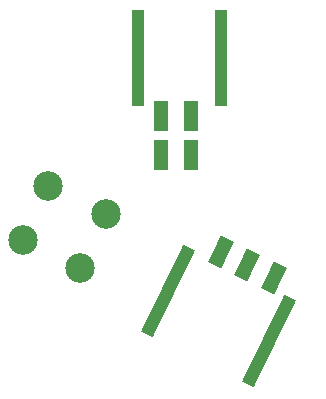
<source format=gbr>
%TF.GenerationSoftware,KiCad,Pcbnew,(7.0.0)*%
%TF.CreationDate,2023-03-21T20:59:30-07:00*%
%TF.ProjectId,Ladder LEDs v1,4c616464-6572-4204-9c45-44732076312e,rev?*%
%TF.SameCoordinates,Original*%
%TF.FileFunction,Soldermask,Top*%
%TF.FilePolarity,Negative*%
%FSLAX46Y46*%
G04 Gerber Fmt 4.6, Leading zero omitted, Abs format (unit mm)*
G04 Created by KiCad (PCBNEW (7.0.0)) date 2023-03-21 20:59:30*
%MOMM*%
%LPD*%
G01*
G04 APERTURE LIST*
G04 Aperture macros list*
%AMRotRect*
0 Rectangle, with rotation*
0 The origin of the aperture is its center*
0 $1 length*
0 $2 width*
0 $3 Rotation angle, in degrees counterclockwise*
0 Add horizontal line*
21,1,$1,$2,0,0,$3*%
G04 Aperture macros list end*
%ADD10C,2.500000*%
%ADD11R,1.240000X2.500000*%
%ADD12R,1.100000X8.200000*%
%ADD13RotRect,1.240000X2.500000X334.000000*%
%ADD14RotRect,1.100000X8.200000X334.000000*%
G04 APERTURE END LIST*
D10*
%TO.C,J3*%
X140983821Y-103772700D03*
X136109861Y-101447940D03*
X138788215Y-108375885D03*
X133914254Y-106051125D03*
%TD*%
D11*
%TO.C,J2*%
X145679999Y-98829999D03*
X148179999Y-98829999D03*
X145679999Y-95529999D03*
X148179999Y-95529999D03*
D12*
X150749999Y-90599999D03*
X143709999Y-90599999D03*
%TD*%
D13*
%TO.C,J1*%
X155193970Y-109241855D03*
X152946985Y-108145927D03*
X150699999Y-107049999D03*
D14*
X146228929Y-110354440D03*
X154803424Y-114536501D03*
%TD*%
M02*

</source>
